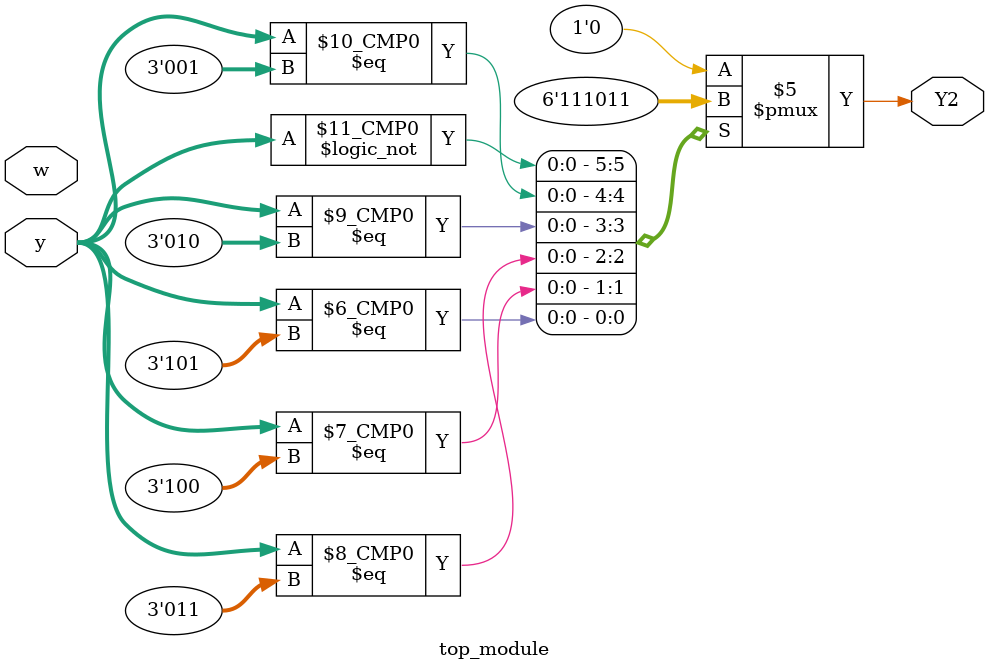
<source format=sv>
module top_module(
	input [3:1] y,
	input w,
	output reg Y2);

	always @(*) begin
		casez (y)
			3'b000: Y2 = 1'b1; // A -> B
			3'b001: Y2 = 1'b1; // B -> A
			3'b010: Y2 = 1'b1; // C -> D
			3'b011: Y2 = (w == 1'b0) ? 1'b0 : 1'b0; // D -> A or D -> F
			3'b100: Y2 = 1'b1; // E -> D
			3'b101: Y2 = 1'b1; // F -> D
			default: Y2 = 1'b0; // Default
		endcase
	end

endmodule

</source>
